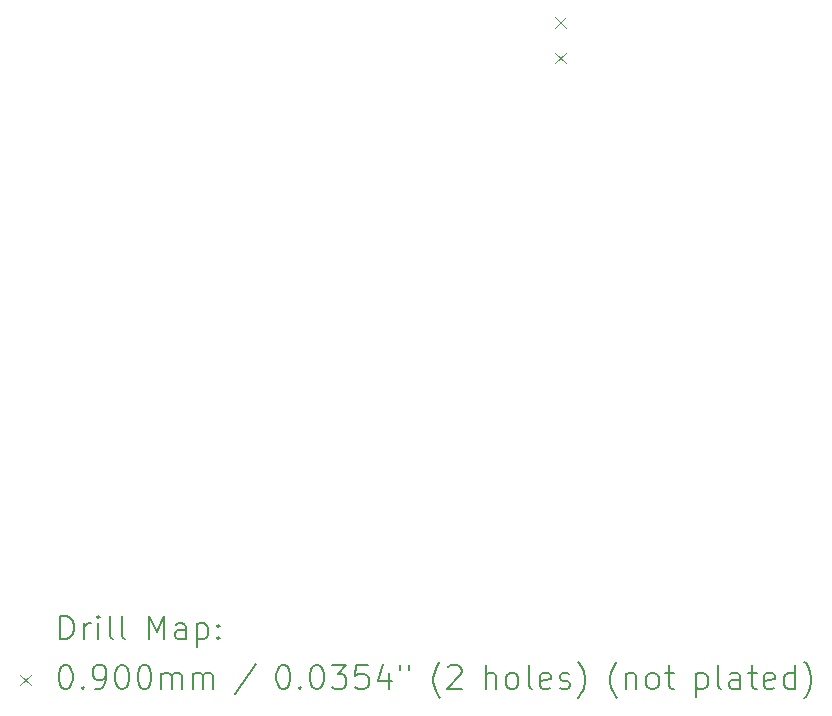
<source format=gbr>
%TF.GenerationSoftware,KiCad,Pcbnew,(7.0.0-0)*%
%TF.CreationDate,2023-07-23T12:34:30-06:00*%
%TF.ProjectId,HAS4_SAO,48415334-5f53-4414-9f2e-6b696361645f,rev?*%
%TF.SameCoordinates,Original*%
%TF.FileFunction,Drillmap*%
%TF.FilePolarity,Positive*%
%FSLAX45Y45*%
G04 Gerber Fmt 4.5, Leading zero omitted, Abs format (unit mm)*
G04 Created by KiCad (PCBNEW (7.0.0-0)) date 2023-07-23 12:34:30*
%MOMM*%
%LPD*%
G01*
G04 APERTURE LIST*
%ADD10C,0.200000*%
%ADD11C,0.090000*%
G04 APERTURE END LIST*
D10*
D11*
X13095000Y-9720000D02*
X13185000Y-9810000D01*
X13185000Y-9720000D02*
X13095000Y-9810000D01*
X13095000Y-10020000D02*
X13185000Y-10110000D01*
X13185000Y-10020000D02*
X13095000Y-10110000D01*
D10*
X8901968Y-14984183D02*
X8901968Y-14784183D01*
X8901968Y-14784183D02*
X8949587Y-14784183D01*
X8949587Y-14784183D02*
X8978159Y-14793707D01*
X8978159Y-14793707D02*
X8997206Y-14812754D01*
X8997206Y-14812754D02*
X9006730Y-14831802D01*
X9006730Y-14831802D02*
X9016254Y-14869897D01*
X9016254Y-14869897D02*
X9016254Y-14898469D01*
X9016254Y-14898469D02*
X9006730Y-14936564D01*
X9006730Y-14936564D02*
X8997206Y-14955611D01*
X8997206Y-14955611D02*
X8978159Y-14974659D01*
X8978159Y-14974659D02*
X8949587Y-14984183D01*
X8949587Y-14984183D02*
X8901968Y-14984183D01*
X9101968Y-14984183D02*
X9101968Y-14850849D01*
X9101968Y-14888945D02*
X9111492Y-14869897D01*
X9111492Y-14869897D02*
X9121016Y-14860373D01*
X9121016Y-14860373D02*
X9140063Y-14850849D01*
X9140063Y-14850849D02*
X9159111Y-14850849D01*
X9225778Y-14984183D02*
X9225778Y-14850849D01*
X9225778Y-14784183D02*
X9216254Y-14793707D01*
X9216254Y-14793707D02*
X9225778Y-14803230D01*
X9225778Y-14803230D02*
X9235302Y-14793707D01*
X9235302Y-14793707D02*
X9225778Y-14784183D01*
X9225778Y-14784183D02*
X9225778Y-14803230D01*
X9349587Y-14984183D02*
X9330540Y-14974659D01*
X9330540Y-14974659D02*
X9321016Y-14955611D01*
X9321016Y-14955611D02*
X9321016Y-14784183D01*
X9454349Y-14984183D02*
X9435302Y-14974659D01*
X9435302Y-14974659D02*
X9425778Y-14955611D01*
X9425778Y-14955611D02*
X9425778Y-14784183D01*
X9650540Y-14984183D02*
X9650540Y-14784183D01*
X9650540Y-14784183D02*
X9717206Y-14927040D01*
X9717206Y-14927040D02*
X9783873Y-14784183D01*
X9783873Y-14784183D02*
X9783873Y-14984183D01*
X9964825Y-14984183D02*
X9964825Y-14879421D01*
X9964825Y-14879421D02*
X9955302Y-14860373D01*
X9955302Y-14860373D02*
X9936254Y-14850849D01*
X9936254Y-14850849D02*
X9898159Y-14850849D01*
X9898159Y-14850849D02*
X9879111Y-14860373D01*
X9964825Y-14974659D02*
X9945778Y-14984183D01*
X9945778Y-14984183D02*
X9898159Y-14984183D01*
X9898159Y-14984183D02*
X9879111Y-14974659D01*
X9879111Y-14974659D02*
X9869587Y-14955611D01*
X9869587Y-14955611D02*
X9869587Y-14936564D01*
X9869587Y-14936564D02*
X9879111Y-14917516D01*
X9879111Y-14917516D02*
X9898159Y-14907992D01*
X9898159Y-14907992D02*
X9945778Y-14907992D01*
X9945778Y-14907992D02*
X9964825Y-14898469D01*
X10060063Y-14850849D02*
X10060063Y-15050849D01*
X10060063Y-14860373D02*
X10079111Y-14850849D01*
X10079111Y-14850849D02*
X10117206Y-14850849D01*
X10117206Y-14850849D02*
X10136254Y-14860373D01*
X10136254Y-14860373D02*
X10145778Y-14869897D01*
X10145778Y-14869897D02*
X10155302Y-14888945D01*
X10155302Y-14888945D02*
X10155302Y-14946088D01*
X10155302Y-14946088D02*
X10145778Y-14965135D01*
X10145778Y-14965135D02*
X10136254Y-14974659D01*
X10136254Y-14974659D02*
X10117206Y-14984183D01*
X10117206Y-14984183D02*
X10079111Y-14984183D01*
X10079111Y-14984183D02*
X10060063Y-14974659D01*
X10241016Y-14965135D02*
X10250540Y-14974659D01*
X10250540Y-14974659D02*
X10241016Y-14984183D01*
X10241016Y-14984183D02*
X10231492Y-14974659D01*
X10231492Y-14974659D02*
X10241016Y-14965135D01*
X10241016Y-14965135D02*
X10241016Y-14984183D01*
X10241016Y-14860373D02*
X10250540Y-14869897D01*
X10250540Y-14869897D02*
X10241016Y-14879421D01*
X10241016Y-14879421D02*
X10231492Y-14869897D01*
X10231492Y-14869897D02*
X10241016Y-14860373D01*
X10241016Y-14860373D02*
X10241016Y-14879421D01*
D11*
X8564349Y-15285707D02*
X8654349Y-15375707D01*
X8654349Y-15285707D02*
X8564349Y-15375707D01*
D10*
X8940063Y-15204183D02*
X8959111Y-15204183D01*
X8959111Y-15204183D02*
X8978159Y-15213707D01*
X8978159Y-15213707D02*
X8987683Y-15223230D01*
X8987683Y-15223230D02*
X8997206Y-15242278D01*
X8997206Y-15242278D02*
X9006730Y-15280373D01*
X9006730Y-15280373D02*
X9006730Y-15327992D01*
X9006730Y-15327992D02*
X8997206Y-15366088D01*
X8997206Y-15366088D02*
X8987683Y-15385135D01*
X8987683Y-15385135D02*
X8978159Y-15394659D01*
X8978159Y-15394659D02*
X8959111Y-15404183D01*
X8959111Y-15404183D02*
X8940063Y-15404183D01*
X8940063Y-15404183D02*
X8921016Y-15394659D01*
X8921016Y-15394659D02*
X8911492Y-15385135D01*
X8911492Y-15385135D02*
X8901968Y-15366088D01*
X8901968Y-15366088D02*
X8892444Y-15327992D01*
X8892444Y-15327992D02*
X8892444Y-15280373D01*
X8892444Y-15280373D02*
X8901968Y-15242278D01*
X8901968Y-15242278D02*
X8911492Y-15223230D01*
X8911492Y-15223230D02*
X8921016Y-15213707D01*
X8921016Y-15213707D02*
X8940063Y-15204183D01*
X9092444Y-15385135D02*
X9101968Y-15394659D01*
X9101968Y-15394659D02*
X9092444Y-15404183D01*
X9092444Y-15404183D02*
X9082921Y-15394659D01*
X9082921Y-15394659D02*
X9092444Y-15385135D01*
X9092444Y-15385135D02*
X9092444Y-15404183D01*
X9197206Y-15404183D02*
X9235302Y-15404183D01*
X9235302Y-15404183D02*
X9254349Y-15394659D01*
X9254349Y-15394659D02*
X9263873Y-15385135D01*
X9263873Y-15385135D02*
X9282921Y-15356564D01*
X9282921Y-15356564D02*
X9292444Y-15318469D01*
X9292444Y-15318469D02*
X9292444Y-15242278D01*
X9292444Y-15242278D02*
X9282921Y-15223230D01*
X9282921Y-15223230D02*
X9273397Y-15213707D01*
X9273397Y-15213707D02*
X9254349Y-15204183D01*
X9254349Y-15204183D02*
X9216254Y-15204183D01*
X9216254Y-15204183D02*
X9197206Y-15213707D01*
X9197206Y-15213707D02*
X9187683Y-15223230D01*
X9187683Y-15223230D02*
X9178159Y-15242278D01*
X9178159Y-15242278D02*
X9178159Y-15289897D01*
X9178159Y-15289897D02*
X9187683Y-15308945D01*
X9187683Y-15308945D02*
X9197206Y-15318469D01*
X9197206Y-15318469D02*
X9216254Y-15327992D01*
X9216254Y-15327992D02*
X9254349Y-15327992D01*
X9254349Y-15327992D02*
X9273397Y-15318469D01*
X9273397Y-15318469D02*
X9282921Y-15308945D01*
X9282921Y-15308945D02*
X9292444Y-15289897D01*
X9416254Y-15204183D02*
X9435302Y-15204183D01*
X9435302Y-15204183D02*
X9454349Y-15213707D01*
X9454349Y-15213707D02*
X9463873Y-15223230D01*
X9463873Y-15223230D02*
X9473397Y-15242278D01*
X9473397Y-15242278D02*
X9482921Y-15280373D01*
X9482921Y-15280373D02*
X9482921Y-15327992D01*
X9482921Y-15327992D02*
X9473397Y-15366088D01*
X9473397Y-15366088D02*
X9463873Y-15385135D01*
X9463873Y-15385135D02*
X9454349Y-15394659D01*
X9454349Y-15394659D02*
X9435302Y-15404183D01*
X9435302Y-15404183D02*
X9416254Y-15404183D01*
X9416254Y-15404183D02*
X9397206Y-15394659D01*
X9397206Y-15394659D02*
X9387683Y-15385135D01*
X9387683Y-15385135D02*
X9378159Y-15366088D01*
X9378159Y-15366088D02*
X9368635Y-15327992D01*
X9368635Y-15327992D02*
X9368635Y-15280373D01*
X9368635Y-15280373D02*
X9378159Y-15242278D01*
X9378159Y-15242278D02*
X9387683Y-15223230D01*
X9387683Y-15223230D02*
X9397206Y-15213707D01*
X9397206Y-15213707D02*
X9416254Y-15204183D01*
X9606730Y-15204183D02*
X9625778Y-15204183D01*
X9625778Y-15204183D02*
X9644825Y-15213707D01*
X9644825Y-15213707D02*
X9654349Y-15223230D01*
X9654349Y-15223230D02*
X9663873Y-15242278D01*
X9663873Y-15242278D02*
X9673397Y-15280373D01*
X9673397Y-15280373D02*
X9673397Y-15327992D01*
X9673397Y-15327992D02*
X9663873Y-15366088D01*
X9663873Y-15366088D02*
X9654349Y-15385135D01*
X9654349Y-15385135D02*
X9644825Y-15394659D01*
X9644825Y-15394659D02*
X9625778Y-15404183D01*
X9625778Y-15404183D02*
X9606730Y-15404183D01*
X9606730Y-15404183D02*
X9587683Y-15394659D01*
X9587683Y-15394659D02*
X9578159Y-15385135D01*
X9578159Y-15385135D02*
X9568635Y-15366088D01*
X9568635Y-15366088D02*
X9559111Y-15327992D01*
X9559111Y-15327992D02*
X9559111Y-15280373D01*
X9559111Y-15280373D02*
X9568635Y-15242278D01*
X9568635Y-15242278D02*
X9578159Y-15223230D01*
X9578159Y-15223230D02*
X9587683Y-15213707D01*
X9587683Y-15213707D02*
X9606730Y-15204183D01*
X9759111Y-15404183D02*
X9759111Y-15270849D01*
X9759111Y-15289897D02*
X9768635Y-15280373D01*
X9768635Y-15280373D02*
X9787683Y-15270849D01*
X9787683Y-15270849D02*
X9816254Y-15270849D01*
X9816254Y-15270849D02*
X9835302Y-15280373D01*
X9835302Y-15280373D02*
X9844825Y-15299421D01*
X9844825Y-15299421D02*
X9844825Y-15404183D01*
X9844825Y-15299421D02*
X9854349Y-15280373D01*
X9854349Y-15280373D02*
X9873397Y-15270849D01*
X9873397Y-15270849D02*
X9901968Y-15270849D01*
X9901968Y-15270849D02*
X9921016Y-15280373D01*
X9921016Y-15280373D02*
X9930540Y-15299421D01*
X9930540Y-15299421D02*
X9930540Y-15404183D01*
X10025778Y-15404183D02*
X10025778Y-15270849D01*
X10025778Y-15289897D02*
X10035302Y-15280373D01*
X10035302Y-15280373D02*
X10054349Y-15270849D01*
X10054349Y-15270849D02*
X10082921Y-15270849D01*
X10082921Y-15270849D02*
X10101968Y-15280373D01*
X10101968Y-15280373D02*
X10111492Y-15299421D01*
X10111492Y-15299421D02*
X10111492Y-15404183D01*
X10111492Y-15299421D02*
X10121016Y-15280373D01*
X10121016Y-15280373D02*
X10140064Y-15270849D01*
X10140064Y-15270849D02*
X10168635Y-15270849D01*
X10168635Y-15270849D02*
X10187683Y-15280373D01*
X10187683Y-15280373D02*
X10197206Y-15299421D01*
X10197206Y-15299421D02*
X10197206Y-15404183D01*
X10555302Y-15194659D02*
X10383873Y-15451802D01*
X10780064Y-15204183D02*
X10799111Y-15204183D01*
X10799111Y-15204183D02*
X10818159Y-15213707D01*
X10818159Y-15213707D02*
X10827683Y-15223230D01*
X10827683Y-15223230D02*
X10837206Y-15242278D01*
X10837206Y-15242278D02*
X10846730Y-15280373D01*
X10846730Y-15280373D02*
X10846730Y-15327992D01*
X10846730Y-15327992D02*
X10837206Y-15366088D01*
X10837206Y-15366088D02*
X10827683Y-15385135D01*
X10827683Y-15385135D02*
X10818159Y-15394659D01*
X10818159Y-15394659D02*
X10799111Y-15404183D01*
X10799111Y-15404183D02*
X10780064Y-15404183D01*
X10780064Y-15404183D02*
X10761016Y-15394659D01*
X10761016Y-15394659D02*
X10751492Y-15385135D01*
X10751492Y-15385135D02*
X10741968Y-15366088D01*
X10741968Y-15366088D02*
X10732445Y-15327992D01*
X10732445Y-15327992D02*
X10732445Y-15280373D01*
X10732445Y-15280373D02*
X10741968Y-15242278D01*
X10741968Y-15242278D02*
X10751492Y-15223230D01*
X10751492Y-15223230D02*
X10761016Y-15213707D01*
X10761016Y-15213707D02*
X10780064Y-15204183D01*
X10932445Y-15385135D02*
X10941968Y-15394659D01*
X10941968Y-15394659D02*
X10932445Y-15404183D01*
X10932445Y-15404183D02*
X10922921Y-15394659D01*
X10922921Y-15394659D02*
X10932445Y-15385135D01*
X10932445Y-15385135D02*
X10932445Y-15404183D01*
X11065778Y-15204183D02*
X11084826Y-15204183D01*
X11084826Y-15204183D02*
X11103873Y-15213707D01*
X11103873Y-15213707D02*
X11113397Y-15223230D01*
X11113397Y-15223230D02*
X11122921Y-15242278D01*
X11122921Y-15242278D02*
X11132445Y-15280373D01*
X11132445Y-15280373D02*
X11132445Y-15327992D01*
X11132445Y-15327992D02*
X11122921Y-15366088D01*
X11122921Y-15366088D02*
X11113397Y-15385135D01*
X11113397Y-15385135D02*
X11103873Y-15394659D01*
X11103873Y-15394659D02*
X11084826Y-15404183D01*
X11084826Y-15404183D02*
X11065778Y-15404183D01*
X11065778Y-15404183D02*
X11046730Y-15394659D01*
X11046730Y-15394659D02*
X11037206Y-15385135D01*
X11037206Y-15385135D02*
X11027683Y-15366088D01*
X11027683Y-15366088D02*
X11018159Y-15327992D01*
X11018159Y-15327992D02*
X11018159Y-15280373D01*
X11018159Y-15280373D02*
X11027683Y-15242278D01*
X11027683Y-15242278D02*
X11037206Y-15223230D01*
X11037206Y-15223230D02*
X11046730Y-15213707D01*
X11046730Y-15213707D02*
X11065778Y-15204183D01*
X11199111Y-15204183D02*
X11322921Y-15204183D01*
X11322921Y-15204183D02*
X11256254Y-15280373D01*
X11256254Y-15280373D02*
X11284825Y-15280373D01*
X11284825Y-15280373D02*
X11303873Y-15289897D01*
X11303873Y-15289897D02*
X11313397Y-15299421D01*
X11313397Y-15299421D02*
X11322921Y-15318469D01*
X11322921Y-15318469D02*
X11322921Y-15366088D01*
X11322921Y-15366088D02*
X11313397Y-15385135D01*
X11313397Y-15385135D02*
X11303873Y-15394659D01*
X11303873Y-15394659D02*
X11284825Y-15404183D01*
X11284825Y-15404183D02*
X11227683Y-15404183D01*
X11227683Y-15404183D02*
X11208635Y-15394659D01*
X11208635Y-15394659D02*
X11199111Y-15385135D01*
X11503873Y-15204183D02*
X11408635Y-15204183D01*
X11408635Y-15204183D02*
X11399111Y-15299421D01*
X11399111Y-15299421D02*
X11408635Y-15289897D01*
X11408635Y-15289897D02*
X11427683Y-15280373D01*
X11427683Y-15280373D02*
X11475302Y-15280373D01*
X11475302Y-15280373D02*
X11494349Y-15289897D01*
X11494349Y-15289897D02*
X11503873Y-15299421D01*
X11503873Y-15299421D02*
X11513397Y-15318469D01*
X11513397Y-15318469D02*
X11513397Y-15366088D01*
X11513397Y-15366088D02*
X11503873Y-15385135D01*
X11503873Y-15385135D02*
X11494349Y-15394659D01*
X11494349Y-15394659D02*
X11475302Y-15404183D01*
X11475302Y-15404183D02*
X11427683Y-15404183D01*
X11427683Y-15404183D02*
X11408635Y-15394659D01*
X11408635Y-15394659D02*
X11399111Y-15385135D01*
X11684825Y-15270849D02*
X11684825Y-15404183D01*
X11637206Y-15194659D02*
X11589587Y-15337516D01*
X11589587Y-15337516D02*
X11713397Y-15337516D01*
X11780064Y-15204183D02*
X11780064Y-15242278D01*
X11856254Y-15204183D02*
X11856254Y-15242278D01*
X12119111Y-15480373D02*
X12109587Y-15470849D01*
X12109587Y-15470849D02*
X12090540Y-15442278D01*
X12090540Y-15442278D02*
X12081016Y-15423230D01*
X12081016Y-15423230D02*
X12071492Y-15394659D01*
X12071492Y-15394659D02*
X12061968Y-15347040D01*
X12061968Y-15347040D02*
X12061968Y-15308945D01*
X12061968Y-15308945D02*
X12071492Y-15261326D01*
X12071492Y-15261326D02*
X12081016Y-15232754D01*
X12081016Y-15232754D02*
X12090540Y-15213707D01*
X12090540Y-15213707D02*
X12109587Y-15185135D01*
X12109587Y-15185135D02*
X12119111Y-15175611D01*
X12185778Y-15223230D02*
X12195302Y-15213707D01*
X12195302Y-15213707D02*
X12214349Y-15204183D01*
X12214349Y-15204183D02*
X12261968Y-15204183D01*
X12261968Y-15204183D02*
X12281016Y-15213707D01*
X12281016Y-15213707D02*
X12290540Y-15223230D01*
X12290540Y-15223230D02*
X12300064Y-15242278D01*
X12300064Y-15242278D02*
X12300064Y-15261326D01*
X12300064Y-15261326D02*
X12290540Y-15289897D01*
X12290540Y-15289897D02*
X12176254Y-15404183D01*
X12176254Y-15404183D02*
X12300064Y-15404183D01*
X12505778Y-15404183D02*
X12505778Y-15204183D01*
X12591492Y-15404183D02*
X12591492Y-15299421D01*
X12591492Y-15299421D02*
X12581968Y-15280373D01*
X12581968Y-15280373D02*
X12562921Y-15270849D01*
X12562921Y-15270849D02*
X12534349Y-15270849D01*
X12534349Y-15270849D02*
X12515302Y-15280373D01*
X12515302Y-15280373D02*
X12505778Y-15289897D01*
X12715302Y-15404183D02*
X12696254Y-15394659D01*
X12696254Y-15394659D02*
X12686730Y-15385135D01*
X12686730Y-15385135D02*
X12677206Y-15366088D01*
X12677206Y-15366088D02*
X12677206Y-15308945D01*
X12677206Y-15308945D02*
X12686730Y-15289897D01*
X12686730Y-15289897D02*
X12696254Y-15280373D01*
X12696254Y-15280373D02*
X12715302Y-15270849D01*
X12715302Y-15270849D02*
X12743873Y-15270849D01*
X12743873Y-15270849D02*
X12762921Y-15280373D01*
X12762921Y-15280373D02*
X12772445Y-15289897D01*
X12772445Y-15289897D02*
X12781968Y-15308945D01*
X12781968Y-15308945D02*
X12781968Y-15366088D01*
X12781968Y-15366088D02*
X12772445Y-15385135D01*
X12772445Y-15385135D02*
X12762921Y-15394659D01*
X12762921Y-15394659D02*
X12743873Y-15404183D01*
X12743873Y-15404183D02*
X12715302Y-15404183D01*
X12896254Y-15404183D02*
X12877206Y-15394659D01*
X12877206Y-15394659D02*
X12867683Y-15375611D01*
X12867683Y-15375611D02*
X12867683Y-15204183D01*
X13048635Y-15394659D02*
X13029587Y-15404183D01*
X13029587Y-15404183D02*
X12991492Y-15404183D01*
X12991492Y-15404183D02*
X12972445Y-15394659D01*
X12972445Y-15394659D02*
X12962921Y-15375611D01*
X12962921Y-15375611D02*
X12962921Y-15299421D01*
X12962921Y-15299421D02*
X12972445Y-15280373D01*
X12972445Y-15280373D02*
X12991492Y-15270849D01*
X12991492Y-15270849D02*
X13029587Y-15270849D01*
X13029587Y-15270849D02*
X13048635Y-15280373D01*
X13048635Y-15280373D02*
X13058159Y-15299421D01*
X13058159Y-15299421D02*
X13058159Y-15318469D01*
X13058159Y-15318469D02*
X12962921Y-15337516D01*
X13134349Y-15394659D02*
X13153397Y-15404183D01*
X13153397Y-15404183D02*
X13191492Y-15404183D01*
X13191492Y-15404183D02*
X13210540Y-15394659D01*
X13210540Y-15394659D02*
X13220064Y-15375611D01*
X13220064Y-15375611D02*
X13220064Y-15366088D01*
X13220064Y-15366088D02*
X13210540Y-15347040D01*
X13210540Y-15347040D02*
X13191492Y-15337516D01*
X13191492Y-15337516D02*
X13162921Y-15337516D01*
X13162921Y-15337516D02*
X13143873Y-15327992D01*
X13143873Y-15327992D02*
X13134349Y-15308945D01*
X13134349Y-15308945D02*
X13134349Y-15299421D01*
X13134349Y-15299421D02*
X13143873Y-15280373D01*
X13143873Y-15280373D02*
X13162921Y-15270849D01*
X13162921Y-15270849D02*
X13191492Y-15270849D01*
X13191492Y-15270849D02*
X13210540Y-15280373D01*
X13286730Y-15480373D02*
X13296254Y-15470849D01*
X13296254Y-15470849D02*
X13315302Y-15442278D01*
X13315302Y-15442278D02*
X13324826Y-15423230D01*
X13324826Y-15423230D02*
X13334349Y-15394659D01*
X13334349Y-15394659D02*
X13343873Y-15347040D01*
X13343873Y-15347040D02*
X13343873Y-15308945D01*
X13343873Y-15308945D02*
X13334349Y-15261326D01*
X13334349Y-15261326D02*
X13324826Y-15232754D01*
X13324826Y-15232754D02*
X13315302Y-15213707D01*
X13315302Y-15213707D02*
X13296254Y-15185135D01*
X13296254Y-15185135D02*
X13286730Y-15175611D01*
X13616254Y-15480373D02*
X13606730Y-15470849D01*
X13606730Y-15470849D02*
X13587683Y-15442278D01*
X13587683Y-15442278D02*
X13578159Y-15423230D01*
X13578159Y-15423230D02*
X13568635Y-15394659D01*
X13568635Y-15394659D02*
X13559111Y-15347040D01*
X13559111Y-15347040D02*
X13559111Y-15308945D01*
X13559111Y-15308945D02*
X13568635Y-15261326D01*
X13568635Y-15261326D02*
X13578159Y-15232754D01*
X13578159Y-15232754D02*
X13587683Y-15213707D01*
X13587683Y-15213707D02*
X13606730Y-15185135D01*
X13606730Y-15185135D02*
X13616254Y-15175611D01*
X13692445Y-15270849D02*
X13692445Y-15404183D01*
X13692445Y-15289897D02*
X13701968Y-15280373D01*
X13701968Y-15280373D02*
X13721016Y-15270849D01*
X13721016Y-15270849D02*
X13749587Y-15270849D01*
X13749587Y-15270849D02*
X13768635Y-15280373D01*
X13768635Y-15280373D02*
X13778159Y-15299421D01*
X13778159Y-15299421D02*
X13778159Y-15404183D01*
X13901968Y-15404183D02*
X13882921Y-15394659D01*
X13882921Y-15394659D02*
X13873397Y-15385135D01*
X13873397Y-15385135D02*
X13863873Y-15366088D01*
X13863873Y-15366088D02*
X13863873Y-15308945D01*
X13863873Y-15308945D02*
X13873397Y-15289897D01*
X13873397Y-15289897D02*
X13882921Y-15280373D01*
X13882921Y-15280373D02*
X13901968Y-15270849D01*
X13901968Y-15270849D02*
X13930540Y-15270849D01*
X13930540Y-15270849D02*
X13949587Y-15280373D01*
X13949587Y-15280373D02*
X13959111Y-15289897D01*
X13959111Y-15289897D02*
X13968635Y-15308945D01*
X13968635Y-15308945D02*
X13968635Y-15366088D01*
X13968635Y-15366088D02*
X13959111Y-15385135D01*
X13959111Y-15385135D02*
X13949587Y-15394659D01*
X13949587Y-15394659D02*
X13930540Y-15404183D01*
X13930540Y-15404183D02*
X13901968Y-15404183D01*
X14025778Y-15270849D02*
X14101968Y-15270849D01*
X14054349Y-15204183D02*
X14054349Y-15375611D01*
X14054349Y-15375611D02*
X14063873Y-15394659D01*
X14063873Y-15394659D02*
X14082921Y-15404183D01*
X14082921Y-15404183D02*
X14101968Y-15404183D01*
X14288635Y-15270849D02*
X14288635Y-15470849D01*
X14288635Y-15280373D02*
X14307683Y-15270849D01*
X14307683Y-15270849D02*
X14345778Y-15270849D01*
X14345778Y-15270849D02*
X14364826Y-15280373D01*
X14364826Y-15280373D02*
X14374349Y-15289897D01*
X14374349Y-15289897D02*
X14383873Y-15308945D01*
X14383873Y-15308945D02*
X14383873Y-15366088D01*
X14383873Y-15366088D02*
X14374349Y-15385135D01*
X14374349Y-15385135D02*
X14364826Y-15394659D01*
X14364826Y-15394659D02*
X14345778Y-15404183D01*
X14345778Y-15404183D02*
X14307683Y-15404183D01*
X14307683Y-15404183D02*
X14288635Y-15394659D01*
X14498159Y-15404183D02*
X14479111Y-15394659D01*
X14479111Y-15394659D02*
X14469587Y-15375611D01*
X14469587Y-15375611D02*
X14469587Y-15204183D01*
X14660064Y-15404183D02*
X14660064Y-15299421D01*
X14660064Y-15299421D02*
X14650540Y-15280373D01*
X14650540Y-15280373D02*
X14631492Y-15270849D01*
X14631492Y-15270849D02*
X14593397Y-15270849D01*
X14593397Y-15270849D02*
X14574349Y-15280373D01*
X14660064Y-15394659D02*
X14641016Y-15404183D01*
X14641016Y-15404183D02*
X14593397Y-15404183D01*
X14593397Y-15404183D02*
X14574349Y-15394659D01*
X14574349Y-15394659D02*
X14564826Y-15375611D01*
X14564826Y-15375611D02*
X14564826Y-15356564D01*
X14564826Y-15356564D02*
X14574349Y-15337516D01*
X14574349Y-15337516D02*
X14593397Y-15327992D01*
X14593397Y-15327992D02*
X14641016Y-15327992D01*
X14641016Y-15327992D02*
X14660064Y-15318469D01*
X14726730Y-15270849D02*
X14802921Y-15270849D01*
X14755302Y-15204183D02*
X14755302Y-15375611D01*
X14755302Y-15375611D02*
X14764826Y-15394659D01*
X14764826Y-15394659D02*
X14783873Y-15404183D01*
X14783873Y-15404183D02*
X14802921Y-15404183D01*
X14945778Y-15394659D02*
X14926730Y-15404183D01*
X14926730Y-15404183D02*
X14888635Y-15404183D01*
X14888635Y-15404183D02*
X14869587Y-15394659D01*
X14869587Y-15394659D02*
X14860064Y-15375611D01*
X14860064Y-15375611D02*
X14860064Y-15299421D01*
X14860064Y-15299421D02*
X14869587Y-15280373D01*
X14869587Y-15280373D02*
X14888635Y-15270849D01*
X14888635Y-15270849D02*
X14926730Y-15270849D01*
X14926730Y-15270849D02*
X14945778Y-15280373D01*
X14945778Y-15280373D02*
X14955302Y-15299421D01*
X14955302Y-15299421D02*
X14955302Y-15318469D01*
X14955302Y-15318469D02*
X14860064Y-15337516D01*
X15126730Y-15404183D02*
X15126730Y-15204183D01*
X15126730Y-15394659D02*
X15107683Y-15404183D01*
X15107683Y-15404183D02*
X15069587Y-15404183D01*
X15069587Y-15404183D02*
X15050540Y-15394659D01*
X15050540Y-15394659D02*
X15041016Y-15385135D01*
X15041016Y-15385135D02*
X15031492Y-15366088D01*
X15031492Y-15366088D02*
X15031492Y-15308945D01*
X15031492Y-15308945D02*
X15041016Y-15289897D01*
X15041016Y-15289897D02*
X15050540Y-15280373D01*
X15050540Y-15280373D02*
X15069587Y-15270849D01*
X15069587Y-15270849D02*
X15107683Y-15270849D01*
X15107683Y-15270849D02*
X15126730Y-15280373D01*
X15202921Y-15480373D02*
X15212445Y-15470849D01*
X15212445Y-15470849D02*
X15231492Y-15442278D01*
X15231492Y-15442278D02*
X15241016Y-15423230D01*
X15241016Y-15423230D02*
X15250540Y-15394659D01*
X15250540Y-15394659D02*
X15260064Y-15347040D01*
X15260064Y-15347040D02*
X15260064Y-15308945D01*
X15260064Y-15308945D02*
X15250540Y-15261326D01*
X15250540Y-15261326D02*
X15241016Y-15232754D01*
X15241016Y-15232754D02*
X15231492Y-15213707D01*
X15231492Y-15213707D02*
X15212445Y-15185135D01*
X15212445Y-15185135D02*
X15202921Y-15175611D01*
M02*

</source>
